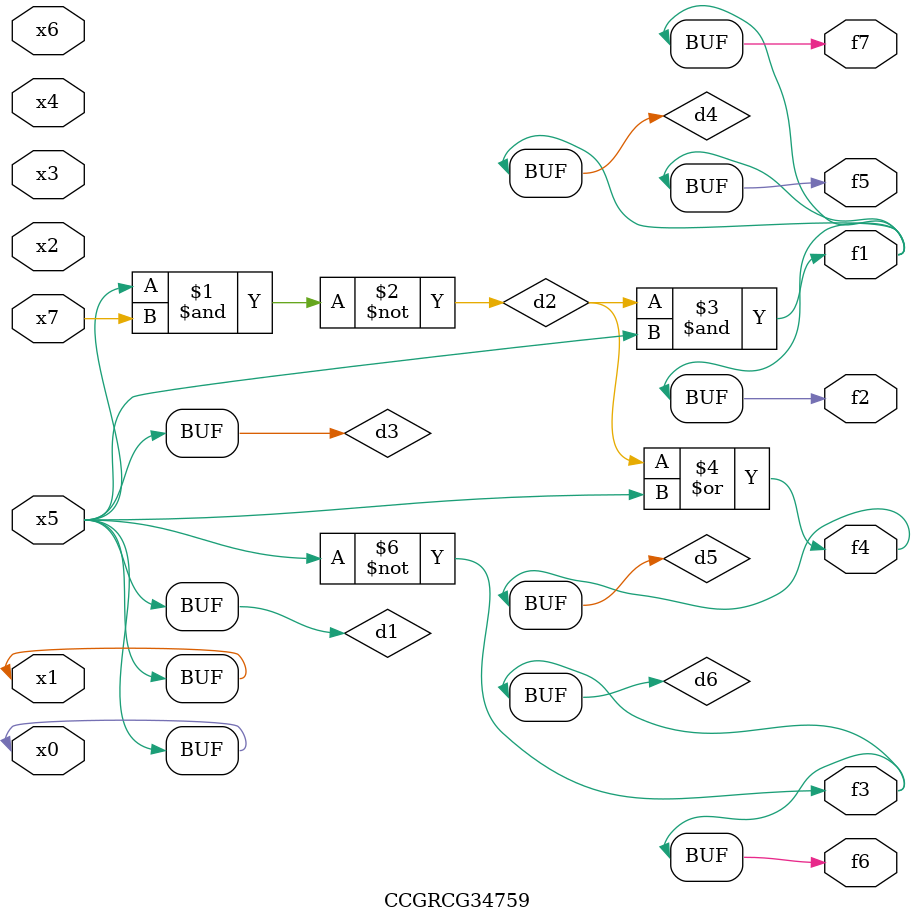
<source format=v>
module CCGRCG34759(
	input x0, x1, x2, x3, x4, x5, x6, x7,
	output f1, f2, f3, f4, f5, f6, f7
);

	wire d1, d2, d3, d4, d5, d6;

	buf (d1, x0, x5);
	nand (d2, x5, x7);
	buf (d3, x0, x1);
	and (d4, d2, d3);
	or (d5, d2, d3);
	nor (d6, d1, d3);
	assign f1 = d4;
	assign f2 = d4;
	assign f3 = d6;
	assign f4 = d5;
	assign f5 = d4;
	assign f6 = d6;
	assign f7 = d4;
endmodule

</source>
